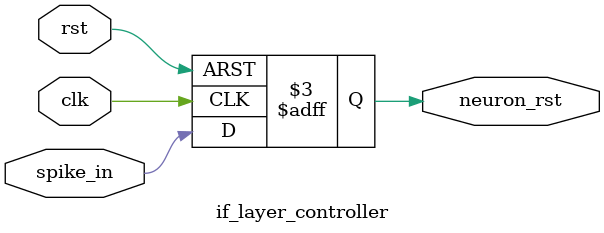
<source format=sv>
`timescale 1ns / 1ps
module if_layer_controller
#(
    parameter REFRAC=5,
    parameter NUM_INPUTS=4,
    parameter NUM_NEURONS=1
)
(
    input clk,
    input rst,
    input [NUM_NEURONS-1:0] spike_in,
    output reg [NUM_NEURONS-1:0] neuron_rst = 0
);

genvar i;
generate
    for (i = 0; i < NUM_NEURONS; i = i + 1) begin : spike_resets
        always @(posedge clk, posedge rst) begin
            if (rst)
                neuron_rst[i] = 1;
            else
                neuron_rst[i] = spike_in[i];
        end
    end
endgenerate

endmodule
</source>
